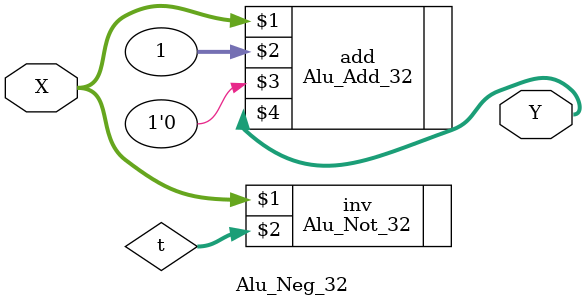
<source format=v>
module Alu_Neg_32(input [31:0] X, output [31:0] Y);

	// Negate X and place the result in Y

	// Invert all bits and add 1
	wire [31:0] t;
	Alu_Not_32 inv(X, t);
	Alu_Add_32 add(X, 32'b1, 1'b0, Y);

endmodule
</source>
